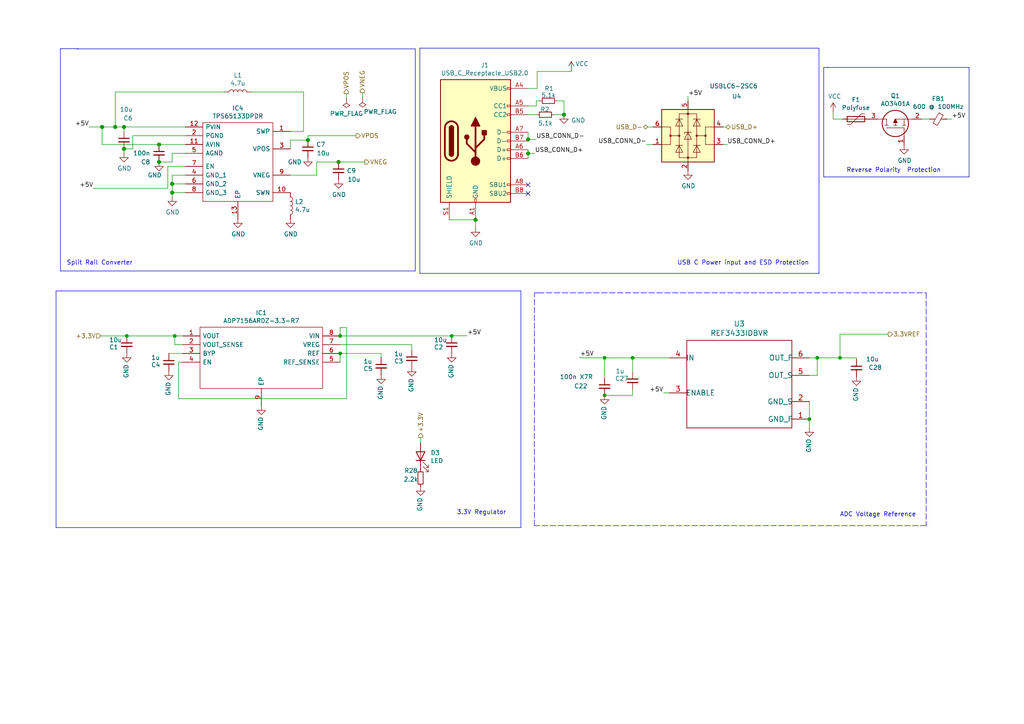
<source format=kicad_sch>
(kicad_sch (version 20201015) (generator eeschema)
  (paper "A4")
  (title_block (title "USB Power and 3.3V") (date "2020-11-21"))
  (lib_symbols
    (symbol "Connector:USB_C_Receptacle_USB2.0" (pin_names (offset 1.016))
      (property "Reference" "J" (at -10.16 19.05 0))
      (property "Value" "USB_C_Receptacle_USB2.0" (at 19.05 19.05 0))
      (symbol "USB_C_Receptacle_USB2.0_0_0"
        (rectangle (start -0.254 -17.78) (end 0.254 -16.764))
        (rectangle (start 10.16 -14.986) (end 9.144 -15.494))
        (rectangle (start 10.16 -12.446) (end 9.144 -12.954))
        (rectangle (start 10.16 -4.826) (end 9.144 -5.334))
        (rectangle (start 10.16 -2.286) (end 9.144 -2.794))
        (rectangle (start 10.16 0.254) (end 9.144 -0.254))
        (rectangle (start 10.16 2.794) (end 9.144 2.286))
        (rectangle (start 10.16 7.874) (end 9.144 7.366))
        (rectangle (start 10.16 10.414) (end 9.144 9.906))
        (rectangle (start 10.16 15.494) (end 9.144 14.986))
      )
      (symbol "USB_C_Receptacle_USB2.0_0_1"
        (arc (start -8.89 -3.81) (end -5.08 -3.81) (radius (at -6.985 -3.81) (length 1.905) (angles -179.9 -0.1)) (stroke (width 0.508)))
        (arc (start -7.62 -3.81) (end -6.35 -3.81) (radius (at -6.985 -3.81) (length 0.635) (angles -179.9 -0.1)) (stroke (width 0.254)))
        (arc (start -7.62 -3.81) (end -6.35 -3.81) (radius (at -6.985 -3.81) (length 0.635) (angles -179.9 -0.1)) (stroke (width 0.254)) (fill (type outline)))
        (arc (start -6.35 3.81) (end -7.62 3.81) (radius (at -6.985 3.81) (length 0.635) (angles 0.1 179.9)) (stroke (width 0.254)) (fill (type outline)))
        (arc (start -6.35 3.81) (end -7.62 3.81) (radius (at -6.985 3.81) (length 0.635) (angles 0.1 179.9)) (stroke (width 0.254)))
        (arc (start -5.08 3.81) (end -8.89 3.81) (radius (at -6.985 3.81) (length 1.905) (angles 0.1 179.9)) (stroke (width 0.508)))
        (circle (center -2.54 1.143) (radius 0.635) (stroke (width 0.254)) (fill (type outline)))
        (circle (center 0 -5.842) (radius 1.27) (fill (type outline)))
        (rectangle (start -10.16 17.78) (end 10.16 -17.78) (stroke (width 0.254)) (fill (type background)))
        (rectangle (start -7.62 -3.81) (end -6.35 3.81) (stroke (width 0.254)) (fill (type outline)))
        (rectangle (start 1.905 1.778) (end 3.175 3.048) (stroke (width 0.254)) (fill (type outline)))
        (polyline (pts (xy -8.89 -3.81) (xy -8.89 3.81)) (stroke (width 0.508)))
        (polyline (pts (xy -5.08 3.81) (xy -5.08 -3.81)) (stroke (width 0.508)))
        (polyline (pts (xy 0 -5.842) (xy 0 4.318)) (stroke (width 0.508)))
        (polyline (pts (xy 0 -3.302) (xy -2.54 -0.762) (xy -2.54 0.508)) (stroke (width 0.508)))
        (polyline (pts (xy 0 -2.032) (xy 2.54 0.508) (xy 2.54 1.778)) (stroke (width 0.508)))
        (polyline (pts (xy -1.27 4.318) (xy 0 6.858) (xy 1.27 4.318) (xy -1.27 4.318)) (stroke (width 0.254)) (fill (type outline)))
      )
      (symbol "USB_C_Receptacle_USB2.0_1_1"
        (pin passive line (at 0 -22.86 90) (length 5.08) (name "GND") (number "A1"))
        (pin passive line (at 0 -22.86 90) (length 5.08) hide (name "GND") (number "A12"))
        (pin passive line (at 15.24 15.24 180) (length 5.08) (name "VBUS") (number "A4"))
        (pin bidirectional line (at 15.24 10.16 180) (length 5.08) (name "CC1") (number "A5"))
        (pin bidirectional line (at 15.24 -2.54 180) (length 5.08) (name "D+") (number "A6"))
        (pin bidirectional line (at 15.24 2.54 180) (length 5.08) (name "D-") (number "A7"))
        (pin bidirectional line (at 15.24 -12.7 180) (length 5.08) (name "SBU1") (number "A8"))
        (pin passive line (at 15.24 15.24 180) (length 5.08) hide (name "VBUS") (number "A9"))
        (pin passive line (at 0 -22.86 90) (length 5.08) hide (name "GND") (number "B1"))
        (pin passive line (at 0 -22.86 90) (length 5.08) hide (name "GND") (number "B12"))
        (pin passive line (at 15.24 15.24 180) (length 5.08) hide (name "VBUS") (number "B4"))
        (pin bidirectional line (at 15.24 7.62 180) (length 5.08) (name "CC2") (number "B5"))
        (pin bidirectional line (at 15.24 -5.08 180) (length 5.08) (name "D+") (number "B6"))
        (pin bidirectional line (at 15.24 0 180) (length 5.08) (name "D-") (number "B7"))
        (pin bidirectional line (at 15.24 -15.24 180) (length 5.08) (name "SBU2") (number "B8"))
        (pin passive line (at 15.24 15.24 180) (length 5.08) hide (name "VBUS") (number "B9"))
        (pin passive line (at -7.62 -22.86 90) (length 5.08) (name "SHIELD") (number "S1"))
      )
    )
    (symbol "Device:C_Small" (pin_numbers hide) (pin_names (offset 0.254) hide)
      (property "Reference" "C" (at 0.254 1.778 0))
      (property "Value" "C_Small" (at 0.254 -2.032 0))
      (symbol "C_Small_0_1"
        (polyline (pts (xy -1.524 -0.508) (xy 1.524 -0.508)) (stroke (width 0.3302)))
        (polyline (pts (xy -1.524 0.508) (xy 1.524 0.508)) (stroke (width 0.3048)))
      )
      (symbol "C_Small_1_1"
        (pin passive line (at 0 2.54 270) (length 2.032) (name "~") (number "1"))
        (pin passive line (at 0 -2.54 90) (length 2.032) (name "~") (number "2"))
      )
    )
    (symbol "Device:FerriteBead_Small" (pin_numbers hide) (pin_names (offset 0))
      (property "Reference" "FB" (at 1.905 1.27 0))
      (property "Value" "FerriteBead_Small" (at 1.905 -1.27 0))
      (symbol "FerriteBead_Small_0_1"
        (polyline (pts (xy 0 -1.27) (xy 0 -0.7874)))
        (polyline (pts (xy 0 0.889) (xy 0 1.2954)))
        (polyline (pts (xy -1.8288 0.2794) (xy -1.1176 1.4986) (xy 1.8288 -0.2032) (xy 1.1176 -1.4224) (xy -1.8288 0.2794)))
      )
      (symbol "FerriteBead_Small_1_1"
        (pin passive line (at 0 2.54 270) (length 1.27) (name "~") (number "1"))
        (pin passive line (at 0 -2.54 90) (length 1.27) (name "~") (number "2"))
      )
    )
    (symbol "Device:L" (pin_numbers hide) (pin_names (offset 1.016) hide)
      (property "Reference" "L" (at -1.27 0 90))
      (property "Value" "L" (at 1.905 0 90))
      (symbol "L_0_1"
        (arc (start 0 -2.54) (end 0 -1.27) (radius (at 0 -1.905) (length 0.635) (angles -89.9 89.9)))
        (arc (start 0 -1.27) (end 0 0) (radius (at 0 -0.635) (length 0.635) (angles -89.9 89.9)))
        (arc (start 0 0) (end 0 1.27) (radius (at 0 0.635) (length 0.635) (angles -89.9 89.9)))
        (arc (start 0 1.27) (end 0 2.54) (radius (at 0 1.905) (length 0.635) (angles -89.9 89.9)))
      )
      (symbol "L_1_1"
        (pin passive line (at 0 3.81 270) (length 1.27) (name "1") (number "1"))
        (pin passive line (at 0 -3.81 90) (length 1.27) (name "2") (number "2"))
      )
    )
    (symbol "Device:LED" (pin_numbers hide) (pin_names (offset 1.016) hide)
      (property "Reference" "D" (at 0 2.54 0))
      (property "Value" "LED" (at 0 -2.54 0))
      (symbol "LED_0_1"
        (polyline (pts (xy -1.27 -1.27) (xy -1.27 1.27)) (stroke (width 0.254)))
        (polyline (pts (xy -1.27 0) (xy 1.27 0)))
        (polyline (pts (xy 1.27 -1.27) (xy 1.27 1.27) (xy -1.27 0) (xy 1.27 -1.27)) (stroke (width 0.254)))
        (polyline (pts (xy -3.048 -0.762) (xy -4.572 -2.286) (xy -3.81 -2.286) (xy -4.572 -2.286) (xy -4.572 -1.524)))
        (polyline (pts (xy -1.778 -0.762) (xy -3.302 -2.286) (xy -2.54 -2.286) (xy -3.302 -2.286) (xy -3.302 -1.524)))
      )
      (symbol "LED_1_1"
        (pin passive line (at -3.81 0 0) (length 2.54) (name "K") (number "1"))
        (pin passive line (at 3.81 0 180) (length 2.54) (name "A") (number "2"))
      )
    )
    (symbol "Device:Polyfuse" (pin_numbers hide) (pin_names (offset 0))
      (property "Reference" "F" (at -2.54 0 90))
      (property "Value" "Polyfuse" (at 2.54 0 90))
      (symbol "Polyfuse_0_1"
        (rectangle (start -0.762 2.54) (end 0.762 -2.54) (stroke (width 0.254)))
        (polyline (pts (xy 0 2.54) (xy 0 -2.54)))
        (polyline (pts (xy -1.524 2.54) (xy -1.524 1.524) (xy 1.524 -1.524) (xy 1.524 -2.54)))
      )
      (symbol "Polyfuse_1_1"
        (pin passive line (at 0 3.81 270) (length 1.27) (name "~") (number "1"))
        (pin passive line (at 0 -3.81 90) (length 1.27) (name "~") (number "2"))
      )
    )
    (symbol "Device:R_Small" (pin_numbers hide) (pin_names (offset 0.254) hide)
      (property "Reference" "R" (at 0.762 0.508 0))
      (property "Value" "R_Small" (at 0.762 -1.016 0))
      (symbol "R_Small_0_1"
        (rectangle (start -0.762 1.778) (end 0.762 -1.778) (stroke (width 0.2032)))
      )
      (symbol "R_Small_1_1"
        (pin passive line (at 0 2.54 270) (length 0.762) (name "~") (number "1"))
        (pin passive line (at 0 -2.54 90) (length 0.762) (name "~") (number "2"))
      )
    )
    (symbol "Power_Protection:USBLC6-2SC6" (pin_names hide)
      (property "Reference" "U" (at 2.54 8.89 0))
      (property "Value" "USBLC6-2SC6" (at 2.54 -8.89 0))
      (symbol "USBLC6-2SC6_0_1"
        (circle (center -5.08 0) (radius 0.254) (fill (type outline)))
        (circle (center -2.54 0) (radius 0.254) (fill (type outline)))
        (circle (center 0 -6.35) (radius 0.254) (fill (type outline)))
        (circle (center 0 6.35) (radius 0.254) (fill (type outline)))
        (circle (center 2.54 0) (radius 0.254) (fill (type outline)))
        (circle (center 5.08 0) (radius 0.254) (fill (type outline)))
        (rectangle (start -7.62 -7.62) (end 7.62 7.62) (stroke (width 0.254)) (fill (type background)))
        (rectangle (start -2.54 6.35) (end 2.54 -6.35))
        (polyline (pts (xy -5.08 -2.54) (xy -7.62 -2.54)))
        (polyline (pts (xy -5.08 0) (xy -5.08 -2.54)))
        (polyline (pts (xy -5.08 2.54) (xy -7.62 2.54)))
        (polyline (pts (xy -1.524 -2.794) (xy -3.556 -2.794)))
        (polyline (pts (xy -1.524 4.826) (xy -3.556 4.826)))
        (polyline (pts (xy 0 -7.62) (xy 0 -6.35)))
        (polyline (pts (xy 0 -6.35) (xy 0 1.27)))
        (polyline (pts (xy 0 1.27) (xy 0 6.35)))
        (polyline (pts (xy 0 6.35) (xy 0 7.62)))
        (polyline (pts (xy 1.524 -2.794) (xy 3.556 -2.794)))
        (polyline (pts (xy 1.524 4.826) (xy 3.556 4.826)))
        (polyline (pts (xy 5.08 -2.54) (xy 7.62 -2.54)))
        (polyline (pts (xy 5.08 0) (xy 5.08 -2.54)))
        (polyline (pts (xy 5.08 2.54) (xy 7.62 2.54)))
        (polyline (pts (xy -2.54 0) (xy -5.08 0) (xy -5.08 2.54)))
        (polyline (pts (xy 2.54 0) (xy 5.08 0) (xy 5.08 2.54)))
        (polyline (pts (xy -3.556 -4.826) (xy -1.524 -4.826) (xy -2.54 -2.794) (xy -3.556 -4.826)))
        (polyline (pts (xy -3.556 2.794) (xy -1.524 2.794) (xy -2.54 4.826) (xy -3.556 2.794)))
        (polyline (pts (xy -1.016 -1.016) (xy 1.016 -1.016) (xy 0 1.016) (xy -1.016 -1.016)))
        (polyline (pts (xy 1.016 1.016) (xy 0.762 1.016) (xy -1.016 1.016) (xy -1.016 0.508)))
        (polyline (pts (xy 3.556 -4.826) (xy 1.524 -4.826) (xy 2.54 -2.794) (xy 3.556 -4.826)))
        (polyline (pts (xy 3.556 2.794) (xy 1.524 2.794) (xy 2.54 4.826) (xy 3.556 2.794)))
      )
      (symbol "USBLC6-2SC6_1_1"
        (pin passive line (at -10.16 -2.54 0) (length 2.54) (name "I/O1") (number "1"))
        (pin passive line (at 0 -10.16 90) (length 2.54) (name "GND") (number "2"))
        (pin passive line (at 10.16 -2.54 180) (length 2.54) (name "I/O2") (number "3"))
        (pin passive line (at 10.16 2.54 180) (length 2.54) (name "I/O2") (number "4"))
        (pin passive line (at 0 10.16 270) (length 2.54) (name "VBUS") (number "5"))
        (pin passive line (at -10.16 2.54 0) (length 2.54) (name "I/O1") (number "6"))
      )
    )
    (symbol "REF3433DBVR:REF3433IDBVR" (pin_names (offset -0.254))
      (property "Reference" "U" (at 0 2.54 0))
      (property "Value" "REF3433IDBVR" (at 0 0 0))
      (symbol "REF3433IDBVR_1_1"
        (polyline (pts (xy -15.24 -12.7) (xy 15.24 -12.7)) (stroke (width 0.2032)))
        (polyline (pts (xy 15.24 -12.7) (xy 15.24 12.7)) (stroke (width 0.2032)))
        (polyline (pts (xy 15.24 12.7) (xy -15.24 12.7)) (stroke (width 0.2032)))
        (polyline (pts (xy -15.24 12.7) (xy -15.24 -12.7)) (stroke (width 0.2032)))
        (pin power_in line (at 20.32 -10.16 180) (length 5.08) (name "GND_F") (number "1"))
        (pin power_in line (at 20.32 -5.08 180) (length 5.08) (name "GND_S") (number "2"))
        (pin input line (at -20.32 -2.54 0) (length 5.08) (name "ENABLE") (number "3"))
        (pin power_in line (at -20.32 7.62 0) (length 5.08) (name "IN") (number "4"))
        (pin power_in line (at 20.32 2.54 180) (length 5.08) (name "OUT_S") (number "5"))
        (pin power_in line (at 20.32 7.62 180) (length 5.08) (name "OUT_F") (number "6"))
      )
    )
    (symbol "SamacSys_Parts:ADP7156ARDZ-3.3-R7" (pin_names (offset 0.762))
      (property "Reference" "IC" (at 41.91 7.62 0))
      (property "Value" "ADP7156ARDZ-3.3-R7" (at 41.91 5.08 0))
      (symbol "ADP7156ARDZ-3.3-R7_0_0"
        (pin passive line (at 0 0 0) (length 5.08) (name "VOUT") (number "1"))
        (pin passive line (at 0 -2.54 0) (length 5.08) (name "VOUT_SENSE") (number "2"))
        (pin passive line (at 0 -5.08 0) (length 5.08) (name "BYP") (number "3"))
        (pin passive line (at 0 -7.62 0) (length 5.08) (name "EN") (number "4"))
        (pin passive line (at 22.86 -20.32 90) (length 5.08) (name "EP") (number "9"))
        (pin passive line (at 45.72 0 180) (length 5.08) (name "VIN") (number "8"))
        (pin passive line (at 45.72 -2.54 180) (length 5.08) (name "VREG") (number "7"))
        (pin passive line (at 45.72 -5.08 180) (length 5.08) (name "REF") (number "6"))
        (pin passive line (at 45.72 -7.62 180) (length 5.08) (name "REF_SENSE") (number "5"))
      )
      (symbol "ADP7156ARDZ-3.3-R7_0_1"
        (polyline (pts (xy 5.08 2.54) (xy 40.64 2.54) (xy 40.64 -15.24) (xy 5.08 -15.24) (xy 5.08 2.54)) (stroke (width 0.1524)))
      )
    )
    (symbol "SamacSys_Parts:AO3401A" (pin_names (offset 0.762))
      (property "Reference" "Q" (at 11.43 3.81 0))
      (property "Value" "AO3401A" (at 11.43 1.27 0))
      (symbol "AO3401A_0_0"
        (pin passive line (at 0 0 0) (length 2.54) (name "~") (number "1"))
        (pin passive line (at 7.62 10.16 270) (length 2.54) (name "~") (number "3"))
        (pin passive line (at 7.62 -5.08 90) (length 2.54) (name "~") (number "2"))
      )
      (symbol "AO3401A_0_1"
        (circle (center 6.35 2.54) (radius 3.81) (stroke (width 0.254)))
        (polyline (pts (xy 7.62 2.54) (xy 7.62 -2.54)) (stroke (width 0.1524)))
        (polyline (pts (xy 7.62 5.08) (xy 7.62 7.62)) (stroke (width 0.1524)))
        (polyline (pts (xy 2.54 0) (xy 5.08 0) (xy 5.08 5.08)) (stroke (width 0.1524)))
        (polyline (pts (xy 7.62 2.54) (xy 5.842 2.54)) (stroke (width 0.1524)))
        (polyline (pts (xy 7.62 5.08) (xy 5.842 5.08)) (stroke (width 0.1524)))
        (polyline (pts (xy 5.842 0) (xy 7.62 0)) (stroke (width 0.1524)))
        (polyline (pts (xy 5.842 5.588) (xy 5.842 4.572)) (stroke (width 0.1524)))
        (polyline (pts (xy 5.842 -0.508) (xy 5.842 0.508)) (stroke (width 0.1524)))
        (polyline (pts (xy 5.842 2.032) (xy 5.842 3.048)) (stroke (width 0.1524)))
        (polyline (pts (xy 7.62 2.54) (xy 6.604 3.048) (xy 6.604 2.032) (xy 7.62 2.54)) (stroke (width 0.254)) (fill (type outline)))
      )
    )
    (symbol "SamacSys_Parts:TPS65133DPDR" (pin_names (offset 0.762))
      (property "Reference" "IC" (at 26.67 7.62 0))
      (property "Value" "TPS65133DPDR" (at 26.67 5.08 0))
      (symbol "TPS65133DPDR_0_0"
        (pin passive line (at 30.48 0 180) (length 5.08) (name "SWP") (number "1"))
        (pin passive line (at 30.48 -17.78 180) (length 5.08) (name "SWN") (number "10"))
        (pin input line (at 0 -3.81 0) (length 5.08) (name "AVIN") (number "11"))
        (pin input line (at 0 1.27 0) (length 5.08) (name "PVIN") (number "12"))
        (pin passive line (at 15.24 -25.4 90) (length 5.08) (name "EP") (number "13"))
        (pin power_in line (at 0 -1.27 0) (length 5.08) (name "PGND") (number "2"))
        (pin passive line (at 30.48 -5.08 180) (length 5.08) (name "VPOS") (number "3"))
        (pin power_in line (at 0 -12.7 0) (length 5.08) (name "GND_1") (number "4"))
        (pin power_in line (at 0 -6.35 0) (length 5.08) (name "AGND") (number "5"))
        (pin power_in line (at 0 -15.24 0) (length 5.08) (name "GND_2") (number "6"))
        (pin passive line (at 0 -10.16 0) (length 5.08) (name "EN") (number "7"))
        (pin power_in line (at 0 -17.78 0) (length 5.08) (name "GND_3") (number "8"))
        (pin passive line (at 30.48 -12.7 180) (length 5.08) (name "VNEG") (number "9"))
      )
      (symbol "TPS65133DPDR_0_1"
        (polyline (pts (xy 5.08 2.54) (xy 25.4 2.54) (xy 25.4 -20.32) (xy 5.08 -20.32) (xy 5.08 2.54)) (stroke (width 0.1524)))
      )
    )
    (symbol "power:GND" (power) (pin_names (offset 0))
      (property "Value" "GND" (at 0 -3.81 0))
      (symbol "GND_0_1"
        (polyline (pts (xy 0 0) (xy 0 -1.27) (xy 1.27 -1.27) (xy 0 -2.54) (xy -1.27 -1.27) (xy 0 -1.27)))
      )
      (symbol "GND_1_1"
        (pin power_in line (at 0 0 270) (length 0) hide (name "GND") (number "1"))
      )
    )
    (symbol "power:PWR_FLAG" (power) (pin_numbers hide) (pin_names (offset 0) hide)
      (property "Value" "PWR_FLAG" (at 0 3.81 0))
      (symbol "PWR_FLAG_0_0"
        (pin power_out line (at 0 0 90) (length 0) (name "pwr") (number "1"))
      )
      (symbol "PWR_FLAG_0_1"
        (polyline (pts (xy 0 0) (xy 0 1.27) (xy -1.016 1.905) (xy 0 2.54) (xy 1.016 1.905) (xy 0 1.27)))
      )
    )
    (symbol "power:VCC" (power) (pin_names (offset 0))
      (property "Value" "VCC" (at 0 3.81 0))
      (symbol "VCC_0_1"
        (polyline (pts (xy -0.762 1.27) (xy 0 2.54)))
        (polyline (pts (xy 0 0) (xy 0 2.54)))
        (polyline (pts (xy 0 2.54) (xy 0.762 1.27)))
      )
      (symbol "VCC_1_1"
        (pin power_in line (at 0 0 90) (length 0) hide (name "VCC") (number "1"))
      )
    )
  )
  (junction (at 29.6164 36.83) (diameter 1.016))
  (junction (at 33.4264 36.83) (diameter 1.016))
  (junction (at 35.9664 36.83) (diameter 1.016))
  (junction (at 35.9664 43.18) (diameter 1.016))
  (junction (at 36.7792 97.4344) (diameter 0.9144))
  (junction (at 46.1264 41.91) (diameter 1.016))
  (junction (at 46.1264 46.99) (diameter 1.016))
  (junction (at 49.9364 53.34) (diameter 1.016))
  (junction (at 49.9364 55.88) (diameter 1.016))
  (junction (at 50.6984 97.4344) (diameter 0.9144))
  (junction (at 89.3064 40.64) (diameter 1.016))
  (junction (at 98.1964 46.99) (diameter 1.016))
  (junction (at 98.6536 97.4344) (diameter 0.9144))
  (junction (at 98.6536 102.5144) (diameter 0.9144))
  (junction (at 131.0132 97.4344) (diameter 0.9144))
  (junction (at 137.922 63.754) (diameter 1.016))
  (junction (at 153.162 40.4368) (diameter 1.016))
  (junction (at 153.162 44.5008) (diameter 1.016))
  (junction (at 163.576 33.274) (diameter 1.016))
  (junction (at 175.3616 103.7844) (diameter 0.9144))
  (junction (at 175.3616 114.6556) (diameter 0.9144))
  (junction (at 183.4896 103.7844) (diameter 0.9144))
  (junction (at 234.7468 121.5644) (diameter 0.9144))
  (junction (at 237.0328 103.7844) (diameter 0.9144))
  (junction (at 243.6368 103.7844) (diameter 0.9144))
  (no_connect (at 153.162 56.134))
  (no_connect (at 153.162 53.594))
  (wire (pts (xy 25.8064 36.83) (xy 29.6164 36.83)))
  (wire (pts (xy 29.2608 97.4344) (xy 36.7792 97.4344)))
  (wire (pts (xy 29.6164 36.83) (xy 29.6164 41.91)))
  (wire (pts (xy 29.6164 36.83) (xy 33.4264 36.83)))
  (wire (pts (xy 29.6164 41.91) (xy 46.1264 41.91)))
  (wire (pts (xy 33.4264 26.67) (xy 33.4264 36.83)))
  (wire (pts (xy 33.4264 26.67) (xy 65.1764 26.67)))
  (wire (pts (xy 33.4264 36.83) (xy 35.9664 36.83)))
  (wire (pts (xy 35.9664 36.83) (xy 53.7464 36.83)))
  (wire (pts (xy 35.9664 38.1) (xy 35.9664 36.83)))
  (wire (pts (xy 35.9664 44.45) (xy 35.9664 43.18)))
  (wire (pts (xy 36.7792 97.4344) (xy 50.6984 97.4344)))
  (wire (pts (xy 38.5064 39.37) (xy 38.5064 43.18)))
  (wire (pts (xy 38.5064 43.18) (xy 35.9664 43.18)))
  (wire (pts (xy 48.6664 48.26) (xy 48.6664 54.61)))
  (wire (pts (xy 48.6664 54.61) (xy 27.0764 54.61)))
  (wire (pts (xy 48.9712 102.5144) (xy 48.9712 102.5652)))
  (wire (pts (xy 49.9364 44.45) (xy 49.9364 46.99)))
  (wire (pts (xy 49.9364 46.99) (xy 46.1264 46.99)))
  (wire (pts (xy 49.9364 50.8) (xy 49.9364 53.34)))
  (wire (pts (xy 49.9364 53.34) (xy 49.9364 55.88)))
  (wire (pts (xy 49.9364 53.34) (xy 53.7464 53.34)))
  (wire (pts (xy 49.9364 55.88) (xy 49.9364 57.15)))
  (wire (pts (xy 50.6984 97.4344) (xy 50.6984 99.9744)))
  (wire (pts (xy 51.816 105.0544) (xy 51.816 115.6208)))
  (wire (pts (xy 52.9336 97.4344) (xy 50.6984 97.4344)))
  (wire (pts (xy 52.9336 99.9744) (xy 50.6984 99.9744)))
  (wire (pts (xy 52.9336 102.5144) (xy 48.9712 102.5144)))
  (wire (pts (xy 52.9336 105.0544) (xy 51.816 105.0544)))
  (wire (pts (xy 53.7464 39.37) (xy 38.5064 39.37)))
  (wire (pts (xy 53.7464 41.91) (xy 46.1264 41.91)))
  (wire (pts (xy 53.7464 44.45) (xy 49.9364 44.45)))
  (wire (pts (xy 53.7464 48.26) (xy 48.6664 48.26)))
  (wire (pts (xy 53.7464 50.8) (xy 49.9364 50.8)))
  (wire (pts (xy 53.7464 55.88) (xy 49.9364 55.88)))
  (wire (pts (xy 72.7964 26.67) (xy 88.0364 26.67)))
  (wire (pts (xy 84.2264 40.64) (xy 89.3064 40.64)))
  (wire (pts (xy 84.2264 43.18) (xy 84.2264 40.64)))
  (wire (pts (xy 88.0364 26.67) (xy 88.0364 38.1)))
  (wire (pts (xy 88.0364 38.1) (xy 84.2264 38.1)))
  (wire (pts (xy 89.3064 39.37) (xy 89.3064 40.64)))
  (wire (pts (xy 91.8464 46.99) (xy 91.8464 50.8)))
  (wire (pts (xy 91.8464 50.8) (xy 84.2264 50.8)))
  (wire (pts (xy 98.1964 46.99) (xy 91.8464 46.99)))
  (wire (pts (xy 98.6536 94.996) (xy 98.6536 97.4344)))
  (wire (pts (xy 98.6536 97.4344) (xy 131.0132 97.4344)))
  (wire (pts (xy 98.6536 99.9744) (xy 119.4308 99.9744)))
  (wire (pts (xy 98.6536 102.5144) (xy 98.6536 105.0544)))
  (wire (pts (xy 100.4824 27.178) (xy 100.4316 27.178)))
  (wire (pts (xy 100.4824 28.6512) (xy 100.4824 27.178)))
  (wire (pts (xy 100.5332 94.996) (xy 98.6536 94.996)))
  (wire (pts (xy 100.5332 94.996) (xy 100.5332 115.6208)))
  (wire (pts (xy 100.5332 115.6208) (xy 51.816 115.6208)))
  (wire (pts (xy 103.2764 39.37) (xy 89.3064 39.37)))
  (wire (pts (xy 105.156 26.8732) (xy 105.1052 26.8732)))
  (wire (pts (xy 105.156 28.4988) (xy 105.156 26.8732)))
  (wire (pts (xy 105.8164 46.99) (xy 98.1964 46.99)))
  (wire (pts (xy 110.5408 102.5144) (xy 98.6536 102.5144)))
  (wire (pts (xy 110.5408 103.6828) (xy 110.5408 102.5144)))
  (wire (pts (xy 119.4308 99.9744) (xy 119.4308 101.4984)))
  (wire (pts (xy 121.9708 126.8984) (xy 122.0216 126.8984)))
  (wire (pts (xy 121.9708 128.4732) (xy 121.9708 126.8984)))
  (wire (pts (xy 130.302 63.754) (xy 137.922 63.754)))
  (wire (pts (xy 131.0132 97.3836) (xy 131.0132 97.4344)))
  (wire (pts (xy 135.4836 97.3836) (xy 131.0132 97.3836)))
  (wire (pts (xy 137.922 63.754) (xy 137.922 66.0908)))
  (wire (pts (xy 153.162 25.654) (xy 155.8036 25.654)))
  (wire (pts (xy 153.162 30.734) (xy 155.5496 30.734)))
  (wire (pts (xy 153.162 33.274) (xy 155.6512 33.274)))
  (wire (pts (xy 153.162 38.354) (xy 153.162 40.4368)))
  (wire (pts (xy 153.162 40.4368) (xy 153.162 40.894)))
  (wire (pts (xy 153.162 43.434) (xy 153.162 44.5008)))
  (wire (pts (xy 153.162 44.5008) (xy 153.162 45.974)))
  (wire (pts (xy 153.162 44.5008) (xy 155.1432 44.5008)))
  (wire (pts (xy 155.4988 40.4368) (xy 153.162 40.4368)))
  (wire (pts (xy 155.5496 29.2608) (xy 156.5148 29.2608)))
  (wire (pts (xy 155.5496 30.734) (xy 155.5496 29.2608)))
  (wire (pts (xy 155.8036 20.7264) (xy 155.8036 25.654)))
  (wire (pts (xy 155.8036 20.7264) (xy 165.7096 20.7264)))
  (wire (pts (xy 160.7312 33.274) (xy 163.576 33.274)))
  (wire (pts (xy 161.5948 29.2608) (xy 163.576 29.2608)))
  (wire (pts (xy 163.576 29.2608) (xy 163.576 33.274)))
  (wire (pts (xy 165.7096 20.7264) (xy 165.7096 20.4216)))
  (wire (pts (xy 168.1988 103.7844) (xy 168.1988 103.5812)))
  (wire (pts (xy 168.1988 103.7844) (xy 175.3616 103.7844)))
  (wire (pts (xy 175.3616 103.7844) (xy 175.3616 109.5756)))
  (wire (pts (xy 175.3616 103.7844) (xy 183.4896 103.7844)))
  (wire (pts (xy 183.4896 103.7844) (xy 183.4896 107.8992)))
  (wire (pts (xy 183.4896 103.7844) (xy 194.1068 103.7844)))
  (wire (pts (xy 183.4896 112.9792) (xy 183.4896 114.6556)))
  (wire (pts (xy 183.4896 114.6556) (xy 175.3616 114.6556)))
  (wire (pts (xy 187.5536 41.91) (xy 189.3824 41.91)))
  (wire (pts (xy 187.8584 36.83) (xy 189.3824 36.83)))
  (wire (pts (xy 192.4304 113.9444) (xy 194.1068 113.9444)))
  (wire (pts (xy 199.5424 27.9908) (xy 199.5932 27.9908)))
  (wire (pts (xy 199.5424 29.21) (xy 199.5424 27.9908)))
  (wire (pts (xy 209.7024 36.83) (xy 210.566 36.83)))
  (wire (pts (xy 209.7024 41.91) (xy 210.9216 41.91)))
  (wire (pts (xy 210.9216 41.91) (xy 210.9216 41.9608)))
  (wire (pts (xy 234.7468 103.7844) (xy 237.0328 103.7844)))
  (wire (pts (xy 234.7468 108.8644) (xy 237.0328 108.8644)))
  (wire (pts (xy 234.7468 116.4844) (xy 234.7468 121.5644)))
  (wire (pts (xy 234.7468 121.5644) (xy 234.7468 124.1044)))
  (wire (pts (xy 237.0328 103.7844) (xy 243.6368 103.7844)))
  (wire (pts (xy 237.0328 108.8644) (xy 237.0328 103.7844)))
  (wire (pts (xy 241.6556 32.3596) (xy 241.6556 34.544)))
  (wire (pts (xy 241.6556 34.544) (xy 244.4496 34.544)))
  (wire (pts (xy 243.6368 96.9264) (xy 243.6368 103.7844)))
  (wire (pts (xy 243.6368 103.7844) (xy 248.412 103.7844)))
  (wire (pts (xy 248.412 103.7844) (xy 248.412 104.1908)))
  (wire (pts (xy 257.6068 96.9264) (xy 243.6368 96.9264)))
  (wire (pts (xy 267.3096 34.544) (xy 269.5956 34.544)))
  (wire (pts (xy 274.6756 34.544) (xy 275.9964 34.544)))
  (polyline (pts (xy 16.256 84.3788) (xy 17.9832 84.3788)) (stroke (width 0) (type solid)))
  (polyline (pts (xy 16.256 153.0096) (xy 16.256 84.3788)) (stroke (width 0) (type solid)))
  (polyline (pts (xy 17.526 14.1224) (xy 22.6568 14.1224)) (stroke (width 0) (type solid)))
  (polyline (pts (xy 17.526 78.5876) (xy 17.526 14.1224)) (stroke (width 0) (type solid)))
  (polyline (pts (xy 17.9324 84.3788) (xy 151.0792 84.3788)) (stroke (width 0) (type solid)))
  (polyline (pts (xy 22.2504 14.1732) (xy 120.4468 14.1732)) (stroke (width 0) (type solid)))
  (polyline (pts (xy 22.6568 14.1224) (xy 22.6568 14.2748)) (stroke (width 0) (type solid)))
  (polyline (pts (xy 120.4468 14.1732) (xy 120.4468 78.5876)) (stroke (width 0) (type solid)))
  (polyline (pts (xy 120.4468 78.5876) (xy 17.526 78.5876)) (stroke (width 0) (type solid)))
  (polyline (pts (xy 121.7676 13.9192) (xy 121.7676 79.2988)) (stroke (width 0) (type solid)))
  (polyline (pts (xy 121.7676 79.2988) (xy 237.5408 79.2988)) (stroke (width 0) (type solid)))
  (polyline (pts (xy 151.0792 84.3788) (xy 151.0792 153.0096)) (stroke (width 0) (type solid)))
  (polyline (pts (xy 151.0792 153.0096) (xy 16.256 153.0096)) (stroke (width 0) (type solid)))
  (polyline (pts (xy 154.9908 84.9376) (xy 156.1592 84.9376)) (stroke (width 0) (type dash)))
  (polyline (pts (xy 154.9908 152.4508) (xy 154.9908 84.9376)) (stroke (width 0) (type dash)))
  (polyline (pts (xy 156.1592 84.9376) (xy 268.6304 84.9376)) (stroke (width 0) (type dash)))
  (polyline (pts (xy 237.5408 13.97) (xy 121.7676 13.97)) (stroke (width 0) (type solid)))
  (polyline (pts (xy 237.5408 79.2988) (xy 237.5408 13.97)) (stroke (width 0) (type solid)))
  (polyline (pts (xy 238.9124 19.558) (xy 240.0808 19.558)) (stroke (width 0) (type solid)))
  (polyline (pts (xy 238.9124 51.308) (xy 238.9124 19.558)) (stroke (width 0) (type solid)))
  (polyline (pts (xy 239.8776 19.558) (xy 281.0764 19.558)) (stroke (width 0) (type solid)))
  (polyline (pts (xy 268.6304 84.9376) (xy 268.6304 152.4508)) (stroke (width 0) (type dash)))
  (polyline (pts (xy 268.6304 152.4508) (xy 154.9908 152.4508)) (stroke (width 0) (type dash)))
  (polyline (pts (xy 281.0764 19.558) (xy 281.0764 51.308)) (stroke (width 0) (type solid)))
  (polyline (pts (xy 281.0764 51.308) (xy 238.9124 51.308)) (stroke (width 0) (type solid)))
  (text "Split Rail Converter\n" (at 38.5064 77.0636 180) (effects (font (size 1.27 1.27)) (justify right bottom)))
  (text "3.3V Regulator\n" (at 146.8628 149.4536 180) (effects (font (size 1.27 1.27)) (justify right bottom)))
  (text "USB C Power input and ESD Protection\n" (at 234.696 77.0636 180) (effects (font (size 1.27 1.27)) (justify right bottom)))
  (text "ADC Voltage Reference\n" (at 265.7348 150.0632 180) (effects (font (size 1.27 1.27)) (justify right bottom)))
  (text "Reverse Polarity  Protection\n" (at 272.9484 50.1904 180) (effects (font (size 1.27 1.27)) (justify right bottom)))
  (label "+5V" (at 25.8064 36.83 180))
  (label "+5V" (at 27.0764 54.61 180))
  (label "+5V" (at 135.4836 97.3836 0))
  (label "USB_CONN_D+" (at 155.1432 44.5008 0))
  (label "USB_CONN_D-" (at 155.4988 40.4368 0))
  (label "+5V" (at 168.1988 103.5812 0))
  (label "USB_CONN_D-" (at 187.5536 41.91 180))
  (label "+5V" (at 192.4304 113.9444 180))
  (label "+5V" (at 199.5932 27.9908 0))
  (label "USB_CONN_D+" (at 210.9216 41.9608 0))
  (label "+5V" (at 275.9964 34.544 0))
  (hierarchical_label "+3.3V" (shape input) (at 29.2608 97.4344 180))
  (hierarchical_label "VPOS" (shape output) (at 100.4316 27.178 90))
  (hierarchical_label "VPOS" (shape output) (at 103.2764 39.37 0))
  (hierarchical_label "VNEG" (shape output) (at 105.1052 26.8732 90))
  (hierarchical_label "VNEG" (shape output) (at 105.8164 46.99 0))
  (hierarchical_label "+3.3V" (shape output) (at 122.0216 126.8984 90))
  (hierarchical_label "USB_D-" (shape bidirectional) (at 187.8584 36.83 180))
  (hierarchical_label "USB_D+" (shape bidirectional) (at 210.566 36.83 0))
  (hierarchical_label "3.3VREF" (shape output) (at 257.6068 96.9264 0))
  (symbol (lib_id "power:PWR_FLAG") (at 100.4824 28.6512 180) (unit 1)
    (property "Reference" "#FLG0101" (effects hide))
    (property "Value" "PWR_FLAG" (at 100.4824 32.9756 0))
  )
  (symbol (lib_id "power:PWR_FLAG") (at 105.156 28.4988 180) (unit 1)
    (property "Reference" "#FLG0102" (effects hide))
    (property "Value" "PWR_FLAG" (at 110.2868 32.4168 0))
  )
  (symbol (lib_id "power:VCC") (at 165.7096 20.4216 0) (unit 1)
    (property "Reference" "#PWR01" (effects hide))
    (property "Value" "VCC" (at 168.783 18.5166 0))
  )
  (symbol (lib_id "power:VCC") (at 241.6556 32.3596 0) (unit 1)
    (property "Reference" "#PWR03" (effects hide))
    (property "Value" "VCC" (at 242.0874 27.9654 0))
  )
  (symbol (lib_id "Device:L") (at 68.9864 26.67 90) (unit 1)
    (property "Reference" "L1" (at 68.9864 21.844 90))
    (property "Value" "4.7u" (at 68.9864 24.1554 90))
    (property "Footprint" "Inductor_SMD:L_Coilcraft_XxL4020" (effects hide))
  )
  (symbol (lib_id "Device:L") (at 84.2264 59.69 0) (unit 1)
    (property "Reference" "L2" (at 85.5472 58.5216 0) (effects (justify left)))
    (property "Value" "4.7u" (at 85.5472 60.833 0) (effects (justify left)))
    (property "Footprint" "Inductor_SMD:L_Coilcraft_XxL4020" (effects hide))
  )
  (symbol (lib_id "power:GND") (at 35.9664 44.45 0) (unit 1)
    (property "Reference" "#PWR06" (effects hide))
    (property "Value" "GND" (at 36.0934 48.8442 0))
  )
  (symbol (lib_id "power:GND") (at 36.7792 102.5144 0) (unit 1)
    (property "Reference" "#PWR014" (effects hide))
    (property "Value" "GND" (at 36.6014 107.6706 90))
  )
  (symbol (lib_id "power:GND") (at 46.1264 46.99 0) (unit 1)
    (property "Reference" "#PWR08" (effects hide))
    (property "Value" "GND" (at 44.8564 50.8 0))
  )
  (symbol (lib_id "power:GND") (at 48.9712 107.6452 0) (unit 1)
    (property "Reference" "#PWR017" (effects hide))
    (property "Value" "GND" (at 48.7934 112.8014 90))
  )
  (symbol (lib_id "power:GND") (at 49.9364 57.15 0) (unit 1)
    (property "Reference" "#PWR010" (effects hide))
    (property "Value" "GND" (at 50.0634 61.5442 0))
  )
  (symbol (lib_id "power:GND") (at 68.9864 63.5 0) (unit 1)
    (property "Reference" "#PWR011" (effects hide))
    (property "Value" "GND" (at 69.1134 67.8942 0))
  )
  (symbol (lib_id "power:GND") (at 75.7936 117.7544 0) (unit 1)
    (property "Reference" "#PWR019" (effects hide))
    (property "Value" "GND" (at 75.6158 122.9106 90))
  )
  (symbol (lib_id "power:GND") (at 84.2264 63.5 0) (unit 1)
    (property "Reference" "#PWR012" (effects hide))
    (property "Value" "GND" (at 84.3534 67.8942 0))
  )
  (symbol (lib_id "power:GND") (at 89.3064 45.72 0) (unit 1)
    (property "Reference" "#PWR07" (effects hide))
    (property "Value" "GND" (at 85.4964 46.99 0))
  )
  (symbol (lib_id "power:GND") (at 98.1964 52.07 0) (unit 1)
    (property "Reference" "#PWR09" (effects hide))
    (property "Value" "GND" (at 98.3234 56.4642 0))
  )
  (symbol (lib_id "power:GND") (at 110.5408 108.7628 0) (unit 1)
    (property "Reference" "#PWR018" (effects hide))
    (property "Value" "GND" (at 110.363 113.919 90))
  )
  (symbol (lib_id "power:GND") (at 119.4308 106.5784 0) (unit 1)
    (property "Reference" "#PWR016" (effects hide))
    (property "Value" "GND" (at 119.253 111.7346 90))
  )
  (symbol (lib_id "power:GND") (at 121.9708 141.1732 0) (unit 1)
    (property "Reference" "#PWR0109" (effects hide))
    (property "Value" "GND" (at 121.793 146.3294 90))
  )
  (symbol (lib_id "power:GND") (at 131.0132 102.5144 0) (unit 1)
    (property "Reference" "#PWR015" (effects hide))
    (property "Value" "GND" (at 130.8354 107.6706 90))
  )
  (symbol (lib_id "power:GND") (at 137.922 66.0908 0) (unit 1)
    (property "Reference" "#PWR013" (effects hide))
    (property "Value" "GND" (at 138.049 70.485 0))
  )
  (symbol (lib_id "power:GND") (at 163.576 33.274 0) (unit 1)
    (property "Reference" "#PWR02" (effects hide))
    (property "Value" "GND" (at 167.7162 34.925 0))
  )
  (symbol (lib_id "power:GND") (at 175.3616 114.6556 0) (unit 1)
    (property "Reference" "#PWR023" (effects hide))
    (property "Value" "GND" (at 175.1838 119.8118 90))
  )
  (symbol (lib_id "power:GND") (at 199.5424 49.53 0) (unit 1)
    (property "Reference" "#PWR04" (effects hide))
    (property "Value" "GND" (at 199.6694 53.9242 0))
  )
  (symbol (lib_id "power:GND") (at 234.7468 124.1044 0) (unit 1)
    (property "Reference" "#PWR024" (effects hide))
    (property "Value" "GND" (at 234.569 129.2606 90))
  )
  (symbol (lib_id "power:GND") (at 248.412 109.2708 0) (unit 1)
    (property "Reference" "#PWR028" (effects hide))
    (property "Value" "GND" (at 248.2342 114.427 90))
  )
  (symbol (lib_id "power:GND") (at 262.2296 42.164 0) (unit 1)
    (property "Reference" "#PWR05" (effects hide))
    (property "Value" "GND" (at 262.3566 46.5582 0))
  )
  (symbol (lib_id "Device:R_Small") (at 121.9708 138.6332 180) (unit 1)
    (property "Reference" "R28" (at 119.2084 136.4996 0))
    (property "Value" "2.2k" (at 119.1706 139.039 0))
    (property "Footprint" "Resistor_SMD:R_0603_1608Metric" (effects hide))
    (property "LCSC Part #" " C4190" (effects hide))
  )
  (symbol (lib_id "Device:R_Small") (at 158.1912 33.274 90) (unit 1)
    (property "Reference" "R2" (at 158.0388 31.7308 90))
    (property "Value" "5.1k" (at 158.1914 35.757 90))
    (property "Footprint" "Resistor_SMD:R_1206_3216Metric" (effects hide))
    (property "LCSC Part #" " C26033" (effects hide))
  )
  (symbol (lib_id "Device:R_Small") (at 159.0548 29.2608 90) (unit 1)
    (property "Reference" "R1" (at 159.258 25.6856 90))
    (property "Value" "5.1k" (at 159.106 27.6288 90))
    (property "Footprint" "Resistor_SMD:R_1206_3216Metric" (effects hide))
    (property "LCSC Part #" " C26033" (effects hide))
  )
  (symbol (lib_id "Device:C_Small") (at 35.9664 40.64 0) (unit 1)
    (property "Reference" "C6" (at 38.5064 34.29 0) (effects (justify right)))
    (property "Value" "10u" (at 38.5064 31.75 0) (effects (justify right)))
    (property "Footprint" "Capacitor_SMD:C_0805_2012Metric" (effects hide))
    (property "LCSC Part #" " C15850" (effects hide))
  )
  (symbol (lib_id "Device:C_Small") (at 36.7792 99.9744 0) (unit 1)
    (property "Reference" "C1" (at 31.6358 100.7046 0) (effects (justify left)))
    (property "Value" "10u" (at 31.636 98.5828 0) (effects (justify left)))
    (property "Footprint" "Capacitor_SMD:C_0603_1608Metric" (effects hide))
    (property "LCSC Part #" "C19702" (effects hide))
  )
  (symbol (lib_id "Device:C_Small") (at 46.1264 44.45 0) (unit 1)
    (property "Reference" "C8" (at 43.5864 46.99 0) (effects (justify right)))
    (property "Value" "100n" (at 43.5864 44.45 0) (effects (justify right)))
    (property "Footprint" "Capacitor_SMD:C_0805_2012Metric" (effects hide))
    (property "LCSC Part #" "C49678" (effects hide))
  )
  (symbol (lib_id "Device:C_Small") (at 48.9712 105.1052 0) (unit 1)
    (property "Reference" "C4" (at 43.8278 105.8354 0) (effects (justify left)))
    (property "Value" "1u" (at 43.8276 103.7138 0) (effects (justify left)))
    (property "Footprint" "Capacitor_SMD:C_0603_1608Metric" (effects hide))
    (property "LCSC Part #" "C15849" (effects hide))
  )
  (symbol (lib_id "Device:C_Small") (at 89.3064 43.18 0) (unit 1)
    (property "Reference" "C7" (at 94.3864 41.91 0) (effects (justify right)))
    (property "Value" "10u" (at 95.6564 44.45 0) (effects (justify right)))
    (property "Footprint" "Capacitor_SMD:C_0805_2012Metric" (effects hide))
    (property "LCSC Part #" " C15850" (effects hide))
  )
  (symbol (lib_id "Device:C_Small") (at 98.1964 49.53 0) (unit 1)
    (property "Reference" "C9" (at 103.2764 49.53 0) (effects (justify right)))
    (property "Value" "10u" (at 104.5464 52.07 0) (effects (justify right)))
    (property "Footprint" "Capacitor_SMD:C_0805_2012Metric" (effects hide))
    (property "LCSC Part #" " C15850" (effects hide))
  )
  (symbol (lib_id "Device:C_Small") (at 110.5408 106.2228 0) (unit 1)
    (property "Reference" "C5" (at 105.3974 106.953 0) (effects (justify left)))
    (property "Value" "1u" (at 105.3972 104.8314 0) (effects (justify left)))
    (property "Footprint" "Capacitor_SMD:C_0603_1608Metric" (effects hide))
    (property "LCSC Part #" "C15849" (effects hide))
  )
  (symbol (lib_id "Device:C_Small") (at 119.4308 104.0384 0) (unit 1)
    (property "Reference" "C3" (at 114.2874 104.7686 0) (effects (justify left)))
    (property "Value" "1u" (at 114.2872 102.647 0) (effects (justify left)))
    (property "Footprint" "Capacitor_SMD:C_0603_1608Metric" (effects hide))
    (property "LCSC Part #" "C15849" (effects hide))
  )
  (symbol (lib_id "Device:C_Small") (at 131.0132 99.9744 0) (unit 1)
    (property "Reference" "C2" (at 125.8698 100.7046 0) (effects (justify left)))
    (property "Value" "10u" (at 125.87 98.5828 0) (effects (justify left)))
    (property "Footprint" "Capacitor_SMD:C_0603_1608Metric" (effects hide))
    (property "LCSC Part #" "C19702" (effects hide))
  )
  (symbol (lib_id "Device:C_Small") (at 175.3616 112.1156 0) (unit 1)
    (property "Reference" "C22" (at 166.5098 111.9822 0) (effects (justify left)))
    (property "Value" "100n X7R" (at 162.344 109.3022 0) (effects (justify left)))
    (property "Footprint" "Capacitor_SMD:C_0603_1608Metric" (effects hide))
    (property "LCSC Part #" "C14663" (effects hide))
  )
  (symbol (lib_id "Device:C_Small") (at 183.4896 110.4392 0) (unit 1)
    (property "Reference" "C27" (at 178.397 109.7978 0) (effects (justify left)))
    (property "Value" "1u" (at 178.5492 107.6254 0) (effects (justify left)))
    (property "Footprint" "Capacitor_SMD:C_0603_1608Metric" (effects hide))
    (property "LCSC Part #" "C15849" (effects hide))
  )
  (symbol (lib_id "Device:C_Small") (at 248.412 106.7308 0) (unit 1)
    (property "Reference" "C28" (at 251.9046 106.5974 0) (effects (justify left)))
    (property "Value" "10u" (at 251.1428 104.1706 0) (effects (justify left)))
    (property "Footprint" "Capacitor_SMD:C_0603_1608Metric" (effects hide))
    (property "LCSC Part #" "C19702" (effects hide))
  )
  (symbol (lib_id "Device:FerriteBead_Small") (at 272.1356 34.544 90) (unit 1)
    (property "Reference" "FB1" (at 272.1356 28.632 90))
    (property "Value" "600 @ 100MHz" (at 272.1358 30.931 90))
    (property "Footprint" "Inductor_SMD:L_0805_2012Metric" (effects hide))
    (property "LCSC Part #" "C1017" (effects hide))
  )
  (symbol (lib_id "Device:Polyfuse") (at 248.2596 34.544 90) (unit 1)
    (property "Reference" "F1" (at 248.2596 28.9368 90))
    (property "Value" "Polyfuse" (at 248.2596 31.2355 90))
    (property "Footprint" "Fuse:Fuse_1206_3216Metric" (effects hide))
    (property "LCSC Part #" "C369159" (effects hide))
  )
  (symbol (lib_id "Device:LED") (at 121.9708 132.2832 90) (unit 1)
    (property "Reference" "D3" (at 124.8919 131.3243 90) (effects (justify right)))
    (property "Value" "LED" (at 124.8919 133.623 90) (effects (justify right)))
    (property "Footprint" "LED_SMD:LED_0603_1608Metric" (effects hide))
    (property "LCSC Part #" " C72043" (effects hide))
  )
  (symbol (lib_id "SamacSys_Parts:AO3401A") (at 262.2296 42.164 90) (unit 1)
    (property "Reference" "Q1" (at 259.6896 27.7938 90))
    (property "Value" "AO3401A" (at 259.6896 30.0925 90))
    (property "Footprint" "SamacSys_Parts:SOT95P280X125-3N" (effects hide))
    (property "Datasheet" "http://www.aosmd.com/pdfs/datasheet/AO3401A.pdf" (effects hide))
    (property "Description" "30V P-Channel MOSFET" (effects hide))
    (property "Height" "1.25" (effects hide))
    (property "Manufacturer_Name" "Alpha & Omega Semiconductors" (effects hide))
    (property "Manufacturer_Part_Number" "AO3401A" (effects hide))
    (property "LCSC Part #" " C15127" (effects hide))
  )
  (symbol (lib_id "Power_Protection:USBLC6-2SC6") (at 199.5424 39.37 0) (unit 1)
    (property "Reference" "U4" (at 213.6648 27.9462 0))
    (property "Value" "USBLC6-2SC6" (at 212.8012 24.9617 0))
    (property "Footprint" "Package_TO_SOT_SMD:SOT-23-6" (effects hide))
    (property "Datasheet" "https://www.st.com/resource/en/datasheet/usblc6-2.pdf" (effects hide))
    (property "LCSC Part #" "C7519" (effects hide))
  )
  (symbol (lib_id "SamacSys_Parts:TPS65133DPDR") (at 53.7464 38.1 0) (unit 1)
    (property "Reference" "IC4" (at 68.9864 31.369 0))
    (property "Value" "TPS65133DPDR" (at 68.9864 33.6804 0))
    (property "Footprint" "SamacSys_Parts:SON45P300X300X80-13N-D" (effects hide))
    (property "Datasheet" "http://www.ti.com/lit/ds/symlink/tps65133.pdf" (effects hide))
    (property "Description" "Split-Rail Converter, +/-5V, 250mA Dual Output Power Supply" (effects hide))
    (property "Height" "0.8" (effects hide))
    (property "Manufacturer_Name" "Texas Instruments" (effects hide))
    (property "Manufacturer_Part_Number" "TPS65133DPDR" (effects hide))
    (property "Arrow Part Number" "TPS65133DPDR" (effects hide))
    (property "Arrow Price/Stock" "https://www.arrow.com/en/products/tps65133dpdr/texas-instruments" (effects hide))
    (property "Mouser Part Number" "595-TPS65133DPDR" (effects hide))
    (property "Mouser Price/Stock" "https://www.mouser.co.uk/ProductDetail/Texas-Instruments/TPS65133DPDR?qs=7GxONfNUZSjxiorxR5wfmg%3D%3D" (effects hide))
    (property "LCSC Part #" " C134100" (effects hide))
  )
  (symbol (lib_id "REF3433DBVR:REF3433IDBVR") (at 214.4268 111.4044 0) (unit 1)
    (property "Reference" "U3" (at 214.4268 93.9063 0) (effects (font (size 1.524 1.524))))
    (property "Value" "REF3433IDBVR" (at 214.4268 96.6139 0) (effects (font (size 1.524 1.524))))
    (property "Footprint" "REF3433:REF3433IDBVR" (effects hide))
  )
  (symbol (lib_id "Connector:USB_C_Receptacle_USB2.0") (at 137.922 40.894 0) (unit 1)
    (property "Reference" "J1" (at 140.589 18.9038 0))
    (property "Value" "USB_C_Receptacle_USB2.0" (at 140.589 21.2025 0))
    (property "Footprint" "CM4IO:TYPE-C-31-M-12" (effects hide))
    (property "Datasheet" "https://www.usb.org/sites/default/files/documents/usb_type-c.zip" (effects hide))
    (property "LCSC Part #" " C165948" (effects hide))
  )
  (symbol (lib_id "SamacSys_Parts:ADP7156ARDZ-3.3-R7") (at 52.9336 97.4344 0) (unit 1)
    (property "Reference" "IC1" (at 75.7936 90.735 0))
    (property "Value" "ADP7156ARDZ-3.3-R7" (at 75.7936 93.0337 0))
    (property "Footprint" "SamacSys_Parts:SOIC127P600X175-9N" (effects hide))
    (property "Datasheet" "http://www.mouser.com/ds/2/609/ADP7156-892457.pdf" (effects hide))
    (property "Description" "LDO Voltage Regulators 3.3/5Vin 1.2A Ultra Low Noise LDO Fixed" (effects hide))
    (property "Height" "1.75" (effects hide))
    (property "Manufacturer_Name" "Analog Devices" (effects hide))
    (property "Manufacturer_Part_Number" "ADP7156ARDZ-3.3-R7" (effects hide))
    (property "Mouser Part Number" "584-ADP7156ARDZ3.3R7" (effects hide))
    (property "Mouser Price/Stock" "https://www.mouser.co.uk/ProductDetail/Analog-Devices/ADP7156ARDZ-33-R7/?qs=JeIcUl65ClBhjUz9im%252BGWQ%3D%3D" (effects hide))
    (property "Arrow Part Number" "ADP7156ARDZ-3.3-R7" (effects hide))
    (property "Arrow Price/Stock" "https://www.arrow.com/en/products/adp7156ardz-3.3-r7/analog-devices" (effects hide))
  )
)
</source>
